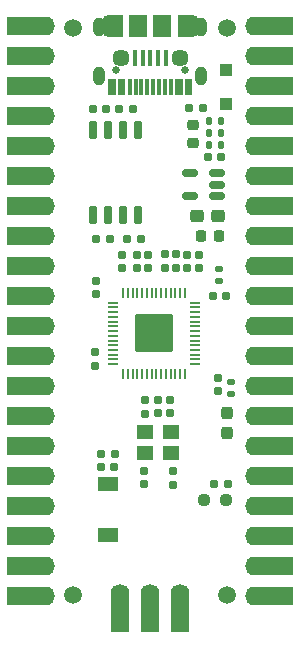
<source format=gbr>
G04 #@! TF.GenerationSoftware,KiCad,Pcbnew,(5.99.0-11673-ga90656900a)*
G04 #@! TF.CreationDate,2021-08-26T12:12:16+05:30*
G04 #@! TF.ProjectId,Mitayi-Pico-RP2040,4d697461-7969-42d5-9069-636f2d525032,0.1*
G04 #@! TF.SameCoordinates,Original*
G04 #@! TF.FileFunction,Soldermask,Top*
G04 #@! TF.FilePolarity,Negative*
%FSLAX46Y46*%
G04 Gerber Fmt 4.6, Leading zero omitted, Abs format (unit mm)*
G04 Created by KiCad (PCBNEW (5.99.0-11673-ga90656900a)) date 2021-08-26 12:12:16*
%MOMM*%
%LPD*%
G01*
G04 APERTURE LIST*
G04 Aperture macros list*
%AMRoundRect*
0 Rectangle with rounded corners*
0 $1 Rounding radius*
0 $2 $3 $4 $5 $6 $7 $8 $9 X,Y pos of 4 corners*
0 Add a 4 corners polygon primitive as box body*
4,1,4,$2,$3,$4,$5,$6,$7,$8,$9,$2,$3,0*
0 Add four circle primitives for the rounded corners*
1,1,$1+$1,$2,$3*
1,1,$1+$1,$4,$5*
1,1,$1+$1,$6,$7*
1,1,$1+$1,$8,$9*
0 Add four rect primitives between the rounded corners*
20,1,$1+$1,$2,$3,$4,$5,0*
20,1,$1+$1,$4,$5,$6,$7,0*
20,1,$1+$1,$6,$7,$8,$9,0*
20,1,$1+$1,$8,$9,$2,$3,0*%
G04 Aperture macros list end*
%ADD10RoundRect,0.135000X-0.185000X0.135000X-0.185000X-0.135000X0.185000X-0.135000X0.185000X0.135000X0*%
%ADD11RoundRect,0.237500X0.237500X-0.300000X0.237500X0.300000X-0.237500X0.300000X-0.237500X-0.300000X0*%
%ADD12RoundRect,0.155000X-0.155000X0.212500X-0.155000X-0.212500X0.155000X-0.212500X0.155000X0.212500X0*%
%ADD13RoundRect,0.155000X0.155000X-0.212500X0.155000X0.212500X-0.155000X0.212500X-0.155000X-0.212500X0*%
%ADD14RoundRect,0.237500X-0.250000X-0.237500X0.250000X-0.237500X0.250000X0.237500X-0.250000X0.237500X0*%
%ADD15RoundRect,0.135000X0.135000X0.185000X-0.135000X0.185000X-0.135000X-0.185000X0.135000X-0.185000X0*%
%ADD16RoundRect,0.225000X0.250000X-0.225000X0.250000X0.225000X-0.250000X0.225000X-0.250000X-0.225000X0*%
%ADD17RoundRect,0.155000X0.212500X0.155000X-0.212500X0.155000X-0.212500X-0.155000X0.212500X-0.155000X0*%
%ADD18RoundRect,0.160000X-0.197500X-0.160000X0.197500X-0.160000X0.197500X0.160000X-0.197500X0.160000X0*%
%ADD19RoundRect,0.160000X0.197500X0.160000X-0.197500X0.160000X-0.197500X-0.160000X0.197500X-0.160000X0*%
%ADD20C,1.500000*%
%ADD21RoundRect,0.160000X-0.160000X0.197500X-0.160000X-0.197500X0.160000X-0.197500X0.160000X0.197500X0*%
%ADD22RoundRect,0.155000X-0.212500X-0.155000X0.212500X-0.155000X0.212500X0.155000X-0.212500X0.155000X0*%
%ADD23R,1.400000X1.200000*%
%ADD24RoundRect,0.050000X-0.387500X-0.050000X0.387500X-0.050000X0.387500X0.050000X-0.387500X0.050000X0*%
%ADD25RoundRect,0.050000X-0.050000X-0.387500X0.050000X-0.387500X0.050000X0.387500X-0.050000X0.387500X0*%
%ADD26RoundRect,0.144000X-1.456000X-1.456000X1.456000X-1.456000X1.456000X1.456000X-1.456000X1.456000X0*%
%ADD27RoundRect,0.150000X0.150000X-0.650000X0.150000X0.650000X-0.150000X0.650000X-0.150000X-0.650000X0*%
%ADD28RoundRect,0.135000X-0.135000X-0.185000X0.135000X-0.185000X0.135000X0.185000X-0.135000X0.185000X0*%
%ADD29O,1.600000X1.700000*%
%ADD30R,1.600000X3.200000*%
%ADD31RoundRect,0.225000X-0.225000X-0.250000X0.225000X-0.250000X0.225000X0.250000X-0.225000X0.250000X0*%
%ADD32C,0.670000*%
%ADD33R,0.300000X1.450000*%
%ADD34RoundRect,0.500000X0.000000X0.300000X0.000000X0.300000X0.000000X-0.300000X0.000000X-0.300000X0*%
%ADD35R,1.100000X1.100000*%
%ADD36R,0.400000X1.350000*%
%ADD37R,1.500000X1.900000*%
%ADD38O,1.200000X1.900000*%
%ADD39C,1.450000*%
%ADD40R,1.200000X1.900000*%
%ADD41R,1.700000X1.150000*%
%ADD42R,3.200000X1.600000*%
%ADD43O,1.700000X1.600000*%
%ADD44RoundRect,0.250000X-0.312500X-0.275000X0.312500X-0.275000X0.312500X0.275000X-0.312500X0.275000X0*%
%ADD45RoundRect,0.150000X0.512500X0.150000X-0.512500X0.150000X-0.512500X-0.150000X0.512500X-0.150000X0*%
G04 APERTURE END LIST*
D10*
X156300000Y-96500000D03*
X156300000Y-97520000D03*
D11*
X156030000Y-100812500D03*
X156030000Y-99087500D03*
D12*
X148990000Y-104012500D03*
X148990000Y-105147500D03*
D13*
X144930000Y-89057500D03*
X144930000Y-87922500D03*
D14*
X154077500Y-106500000D03*
X155902500Y-106500000D03*
D15*
X155480000Y-76400000D03*
X154460000Y-76400000D03*
D16*
X153090000Y-76285000D03*
X153090000Y-74735000D03*
D12*
X144800000Y-93952500D03*
X144800000Y-95087500D03*
D13*
X153605000Y-86837500D03*
X153605000Y-85702500D03*
D17*
X146477500Y-103660000D03*
X145342500Y-103660000D03*
D18*
X147502500Y-84370000D03*
X148697500Y-84370000D03*
D19*
X156067500Y-105140000D03*
X154872500Y-105140000D03*
D20*
X156000000Y-114510000D03*
D21*
X149020000Y-97982500D03*
X149020000Y-99177500D03*
D22*
X154812500Y-89170000D03*
X155947500Y-89170000D03*
D23*
X149100000Y-102450000D03*
X151300000Y-102450000D03*
X151300000Y-100750000D03*
X149100000Y-100750000D03*
D24*
X146382500Y-89770000D03*
X146382500Y-90170000D03*
X146382500Y-90570000D03*
X146382500Y-90970000D03*
X146382500Y-91370000D03*
X146382500Y-91770000D03*
X146382500Y-92170000D03*
X146382500Y-92570000D03*
X146382500Y-92970000D03*
X146382500Y-93370000D03*
X146382500Y-93770000D03*
X146382500Y-94170000D03*
X146382500Y-94570000D03*
X146382500Y-94970000D03*
D25*
X147220000Y-95807500D03*
X147620000Y-95807500D03*
X148020000Y-95807500D03*
X148420000Y-95807500D03*
X148820000Y-95807500D03*
X149220000Y-95807500D03*
X149620000Y-95807500D03*
X150020000Y-95807500D03*
X150420000Y-95807500D03*
X150820000Y-95807500D03*
X151220000Y-95807500D03*
X151620000Y-95807500D03*
X152020000Y-95807500D03*
X152420000Y-95807500D03*
D24*
X153257500Y-94970000D03*
X153257500Y-94570000D03*
X153257500Y-94170000D03*
X153257500Y-93770000D03*
X153257500Y-93370000D03*
X153257500Y-92970000D03*
X153257500Y-92570000D03*
X153257500Y-92170000D03*
X153257500Y-91770000D03*
X153257500Y-91370000D03*
X153257500Y-90970000D03*
X153257500Y-90570000D03*
X153257500Y-90170000D03*
X153257500Y-89770000D03*
D25*
X152420000Y-88932500D03*
X152020000Y-88932500D03*
X151620000Y-88932500D03*
X151220000Y-88932500D03*
X150820000Y-88932500D03*
X150420000Y-88932500D03*
X150020000Y-88932500D03*
X149620000Y-88932500D03*
X149220000Y-88932500D03*
X148820000Y-88932500D03*
X148420000Y-88932500D03*
X148020000Y-88932500D03*
X147620000Y-88932500D03*
X147220000Y-88932500D03*
D26*
X149820000Y-92370000D03*
D21*
X150725000Y-85652500D03*
X150725000Y-86847500D03*
D13*
X147125000Y-86837500D03*
X147125000Y-85702500D03*
D12*
X150150000Y-98002500D03*
X150150000Y-99137500D03*
D27*
X144655000Y-82350000D03*
X145925000Y-82350000D03*
X147195000Y-82350000D03*
X148465000Y-82350000D03*
X148465000Y-75150000D03*
X147195000Y-75150000D03*
X145925000Y-75150000D03*
X144655000Y-75150000D03*
D13*
X149320000Y-86842500D03*
X149320000Y-85707500D03*
D18*
X144872500Y-84370000D03*
X146067500Y-84370000D03*
D13*
X152630000Y-86827500D03*
X152630000Y-85692500D03*
D22*
X144642500Y-73400000D03*
X145777500Y-73400000D03*
D28*
X154440000Y-75370000D03*
X155460000Y-75370000D03*
D29*
X146950000Y-114400000D03*
D30*
X146950000Y-116010000D03*
D29*
X149490000Y-114400000D03*
D30*
X149490000Y-116010000D03*
D29*
X152030000Y-114400000D03*
D30*
X152030000Y-116010000D03*
D18*
X145312500Y-102600000D03*
X146507500Y-102600000D03*
D12*
X151170000Y-98002500D03*
X151170000Y-99137500D03*
X155200000Y-96122500D03*
X155200000Y-97257500D03*
D31*
X153815000Y-84080000D03*
X155365000Y-84080000D03*
D20*
X143000000Y-114510000D03*
D32*
X146610000Y-70080000D03*
X152410000Y-70080000D03*
D33*
X152910000Y-71530000D03*
X152110000Y-71530000D03*
X150760000Y-71530000D03*
X149760000Y-71530000D03*
X149260000Y-71530000D03*
X148260000Y-71530000D03*
X146910000Y-71530000D03*
X146110000Y-71530000D03*
X146410000Y-71530000D03*
X147210000Y-71530000D03*
X147760000Y-71530000D03*
X148760000Y-71530000D03*
X150260000Y-71530000D03*
X151260000Y-71530000D03*
X151810000Y-71530000D03*
X152610000Y-71530000D03*
D34*
X153830000Y-70610000D03*
X145190000Y-70610000D03*
X153830000Y-66430000D03*
X145190000Y-66430000D03*
D22*
X154402500Y-77460000D03*
X155537500Y-77460000D03*
D28*
X154440000Y-74400000D03*
X155460000Y-74400000D03*
D19*
X148047500Y-73400000D03*
X146852500Y-73400000D03*
D35*
X155900000Y-72900000D03*
X155900000Y-70100000D03*
D20*
X156000000Y-66510000D03*
D36*
X150810000Y-69062500D03*
X150160000Y-69062500D03*
X149510000Y-69062500D03*
X148860000Y-69062500D03*
X148210000Y-69062500D03*
D37*
X150510000Y-66362500D03*
D38*
X146010000Y-66362500D03*
D39*
X152010000Y-69062500D03*
D40*
X152410000Y-66362500D03*
D39*
X147010000Y-69062500D03*
D38*
X153010000Y-66362500D03*
D40*
X146610000Y-66362500D03*
D37*
X148510000Y-66362500D03*
D20*
X143000000Y-66510000D03*
D41*
X145900000Y-105125000D03*
X145900000Y-109475000D03*
D12*
X151430000Y-104022500D03*
X151430000Y-105157500D03*
D13*
X148420000Y-86837500D03*
X148420000Y-85702500D03*
D21*
X151725000Y-85652500D03*
X151725000Y-86847500D03*
D42*
X138990000Y-66300000D03*
D43*
X140600000Y-66300000D03*
D42*
X138990000Y-68840000D03*
D43*
X140600000Y-68840000D03*
D42*
X138990000Y-71380000D03*
D43*
X140600000Y-71380000D03*
D42*
X138990000Y-73920000D03*
D43*
X140600000Y-73920000D03*
X140600000Y-76460000D03*
D42*
X138990000Y-76460000D03*
D43*
X140600000Y-79000000D03*
D42*
X138990000Y-79000000D03*
X138990000Y-81540000D03*
D43*
X140600000Y-81540000D03*
D42*
X138990000Y-84080000D03*
D43*
X140600000Y-84080000D03*
X140600000Y-86620000D03*
D42*
X138990000Y-86620000D03*
X138990000Y-89160000D03*
D43*
X140600000Y-89160000D03*
D42*
X138990000Y-91700000D03*
D43*
X140600000Y-91700000D03*
D42*
X138990000Y-94240000D03*
D43*
X140600000Y-94240000D03*
D42*
X138990000Y-96780000D03*
D43*
X140600000Y-96780000D03*
D42*
X138990000Y-99320000D03*
D43*
X140600000Y-99320000D03*
D42*
X138990000Y-101860000D03*
D43*
X140600000Y-101860000D03*
D42*
X138990000Y-104400000D03*
D43*
X140600000Y-104400000D03*
X140600000Y-106940000D03*
D42*
X138990000Y-106940000D03*
X138990000Y-109480000D03*
D43*
X140600000Y-109480000D03*
D42*
X138990000Y-112020000D03*
D43*
X140600000Y-112020000D03*
D42*
X138990000Y-114560000D03*
D43*
X140600000Y-114560000D03*
D44*
X153447500Y-82400000D03*
X155222500Y-82400000D03*
D10*
X155350000Y-86930000D03*
X155350000Y-87950000D03*
D18*
X152802500Y-73300000D03*
X153997500Y-73300000D03*
D45*
X155187500Y-80720000D03*
X155187500Y-79770000D03*
X155187500Y-78820000D03*
X152912500Y-78820000D03*
X152912500Y-80720000D03*
D42*
X160010000Y-66300000D03*
D43*
X158400000Y-66300000D03*
D42*
X160010000Y-68840000D03*
D43*
X158400000Y-68840000D03*
D42*
X160010000Y-71380000D03*
D43*
X158400000Y-71380000D03*
X158400000Y-73920000D03*
D42*
X160010000Y-73920000D03*
D43*
X158400000Y-76460000D03*
D42*
X160010000Y-76460000D03*
X160010000Y-79000000D03*
D43*
X158400000Y-79000000D03*
D42*
X160010000Y-81540000D03*
D43*
X158400000Y-81540000D03*
X158400000Y-84080000D03*
D42*
X160010000Y-84080000D03*
X160010000Y-86620000D03*
D43*
X158400000Y-86620000D03*
D42*
X160010000Y-89160000D03*
D43*
X158400000Y-89160000D03*
D42*
X160010000Y-91700000D03*
D43*
X158400000Y-91700000D03*
D42*
X160010000Y-94240000D03*
D43*
X158400000Y-94240000D03*
X158400000Y-96780000D03*
D42*
X160010000Y-96780000D03*
D43*
X158400000Y-99320000D03*
D42*
X160010000Y-99320000D03*
X160010000Y-101860000D03*
D43*
X158400000Y-101860000D03*
X158400000Y-104400000D03*
D42*
X160010000Y-104400000D03*
X160010000Y-106940000D03*
D43*
X158400000Y-106940000D03*
X158400000Y-109480000D03*
D42*
X160010000Y-109480000D03*
X160010000Y-112020000D03*
D43*
X158400000Y-112020000D03*
D42*
X160010000Y-114560000D03*
D43*
X158400000Y-114560000D03*
M02*

</source>
